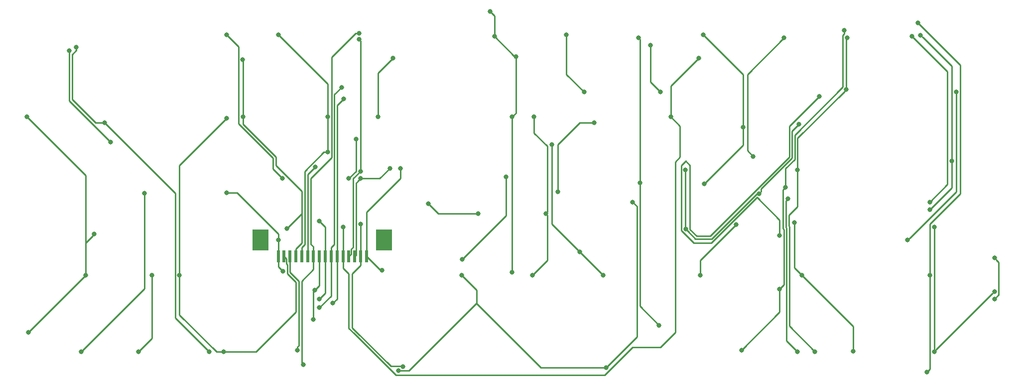
<source format=gbr>
G04 #@! TF.GenerationSoftware,KiCad,Pcbnew,6.0.4-6f826c9f35~116~ubuntu20.04.1*
G04 #@! TF.CreationDate,2022-04-24T22:14:45+02:00*
G04 #@! TF.ProjectId,keyboard,6b657962-6f61-4726-942e-6b696361645f,rev?*
G04 #@! TF.SameCoordinates,Original*
G04 #@! TF.FileFunction,Copper,L2,Bot*
G04 #@! TF.FilePolarity,Positive*
%FSLAX46Y46*%
G04 Gerber Fmt 4.6, Leading zero omitted, Abs format (unit mm)*
G04 Created by KiCad (PCBNEW 6.0.4-6f826c9f35~116~ubuntu20.04.1) date 2022-04-24 22:14:45*
%MOMM*%
%LPD*%
G01*
G04 APERTURE LIST*
G04 #@! TA.AperFunction,SMDPad,CuDef*
%ADD10R,0.610000X2.000000*%
G04 #@! TD*
G04 #@! TA.AperFunction,SMDPad,CuDef*
%ADD11R,2.680000X3.600000*%
G04 #@! TD*
G04 #@! TA.AperFunction,ViaPad*
%ADD12C,0.800000*%
G04 #@! TD*
G04 #@! TA.AperFunction,Conductor*
%ADD13C,0.250000*%
G04 #@! TD*
G04 APERTURE END LIST*
D10*
X64250000Y-62050000D03*
X65250000Y-62050000D03*
X66250000Y-62050000D03*
X67250000Y-62050000D03*
X68250000Y-62050000D03*
X69250000Y-62050000D03*
X70250000Y-62050000D03*
X71250000Y-62050000D03*
X72250000Y-62050000D03*
X73250000Y-62050000D03*
X74250000Y-62050000D03*
X75250000Y-62050000D03*
X76250000Y-62050000D03*
X77250000Y-62050000D03*
X78250000Y-62050000D03*
X79250000Y-62050000D03*
D11*
X82240000Y-59250000D03*
X61260000Y-59250000D03*
D12*
X175024990Y-65250000D03*
X31500000Y-65250006D03*
X21750000Y-75000000D03*
X21500000Y-38250000D03*
X55446000Y-51214600D03*
X32987338Y-58237342D03*
X173000000Y-22249998D03*
X65074979Y-64585907D03*
X64249992Y-59250000D03*
X174499999Y-81750000D03*
X111750000Y-51000000D03*
X47475010Y-65214600D03*
X55500000Y-38500000D03*
X55000000Y-78250000D03*
X95512660Y-62512660D03*
X103000000Y-48500000D03*
X118000000Y-39250000D03*
X29939027Y-26343879D03*
X119987340Y-80987340D03*
X34750000Y-39250000D03*
X150250000Y-24750000D03*
X84664496Y-81475001D03*
X95445992Y-65214608D03*
X52500002Y-78250000D03*
X145000000Y-45000000D03*
X67524990Y-78000000D03*
X124500000Y-52750000D03*
X58250000Y-38250000D03*
X150925021Y-52183290D03*
X89750000Y-53000000D03*
X107446000Y-65214600D03*
X109750000Y-54750000D03*
X98250000Y-54750000D03*
X107750000Y-38250000D03*
X58224500Y-28500000D03*
X152500000Y-78250000D03*
X65750000Y-57250000D03*
X186012660Y-69262660D03*
X186000000Y-62250000D03*
X64250000Y-24250000D03*
X149500000Y-58425021D03*
X119446000Y-65214600D03*
X72624968Y-44221934D03*
X156250004Y-34750000D03*
X72624968Y-38221934D03*
X110750000Y-43000000D03*
X115500010Y-61250000D03*
X77500000Y-42000000D03*
X161992600Y-78214600D03*
X175000000Y-52750000D03*
X172000000Y-24500000D03*
X153262660Y-65237340D03*
X83750000Y-28250004D03*
X152000006Y-56250000D03*
X70512660Y-46762660D03*
X81250000Y-38250000D03*
X76250000Y-48750002D03*
X68500000Y-80500000D03*
X135992600Y-65214600D03*
X142080504Y-56580504D03*
X78000000Y-23999992D03*
X173417940Y-24304707D03*
X175012663Y-54012657D03*
X30750000Y-78250000D03*
X41500000Y-51250000D03*
X178725010Y-45750000D03*
X70250000Y-72750000D03*
X143262660Y-40012660D03*
X101000000Y-24500000D03*
X104000000Y-64749990D03*
X136675020Y-49613870D03*
X100250000Y-20250000D03*
X104656162Y-27957840D03*
X136499998Y-24249998D03*
X104000000Y-38250000D03*
X70500000Y-67750000D03*
X55446000Y-24214600D03*
X71250000Y-56000000D03*
X71250000Y-69250000D03*
X65000000Y-48750000D03*
X127538775Y-26050639D03*
X179475010Y-34000000D03*
X171250000Y-59250008D03*
X116250000Y-34000000D03*
X75000000Y-33250000D03*
X113250000Y-24250000D03*
X129231400Y-34000000D03*
X71250000Y-70750000D03*
X75349862Y-35175457D03*
X73500000Y-70000000D03*
X135750000Y-28249986D03*
X155500000Y-78250000D03*
X160823664Y-33556929D03*
X75250000Y-57000000D03*
X131000000Y-38250000D03*
X160975010Y-24750000D03*
X152500000Y-47250000D03*
X152750002Y-39500000D03*
X133524990Y-57370369D03*
X186000000Y-68000002D03*
X133475001Y-47250321D03*
X145960670Y-51314635D03*
X175750000Y-57000000D03*
X77974832Y-24999695D03*
X175762660Y-78237340D03*
X78250000Y-47502016D03*
X83250000Y-47000000D03*
X125500000Y-24750000D03*
X129000000Y-73750000D03*
X78250000Y-48750006D03*
X125750000Y-49500000D03*
X143000000Y-78000000D03*
X160500471Y-23489590D03*
X149500000Y-67582400D03*
X42750000Y-65250000D03*
X78250000Y-56499994D03*
X85466470Y-80775500D03*
X40500000Y-78250000D03*
X150475010Y-50250000D03*
X28749994Y-27000000D03*
X85000000Y-47000000D03*
X81900000Y-64400000D03*
X35750000Y-42500000D03*
D13*
X175024990Y-56475010D02*
X180200012Y-51299988D01*
X55446000Y-51214600D02*
X57280284Y-51214600D01*
X175024990Y-65250000D02*
X175024990Y-56475010D01*
X175024990Y-65250000D02*
X175024990Y-81225009D01*
X21500000Y-38250000D02*
X31500000Y-48250000D01*
X175024990Y-81225009D02*
X174499999Y-81750000D01*
X173399999Y-22649997D02*
X173000000Y-22249998D01*
X32587339Y-58637341D02*
X32987338Y-58237342D01*
X21750000Y-75000000D02*
X31499994Y-65250006D01*
X31500000Y-65250006D02*
X31500000Y-59724680D01*
X31500000Y-59724680D02*
X32587339Y-58637341D01*
X64674980Y-64185908D02*
X65074979Y-64585907D01*
X180200012Y-29450010D02*
X173399999Y-22649997D01*
X64250000Y-62050000D02*
X64250000Y-63760928D01*
X180200012Y-51299988D02*
X180200012Y-29450010D01*
X31499994Y-65250006D02*
X31500000Y-65250006D01*
X64249992Y-58184308D02*
X64249992Y-58684315D01*
X64250000Y-62050000D02*
X64250000Y-59250008D01*
X64249992Y-58684315D02*
X64249992Y-59250000D01*
X64250000Y-59250008D02*
X64249992Y-59250000D01*
X64250000Y-63760928D02*
X64674980Y-64185908D01*
X31500000Y-48250000D02*
X31500000Y-65250006D01*
X57280284Y-51214600D02*
X64249992Y-58184308D01*
X103000000Y-55025320D02*
X95512660Y-62512660D01*
X103000000Y-48500000D02*
X103000000Y-55025320D01*
X65799980Y-64933908D02*
X65799980Y-63489982D01*
X60500000Y-78250000D02*
X67250000Y-71500000D01*
X65619999Y-63310001D02*
X65619999Y-62419999D01*
X55000000Y-78250000D02*
X53750000Y-78250000D01*
X47475010Y-46524990D02*
X47475010Y-64648915D01*
X47475010Y-71975010D02*
X47475010Y-65214600D01*
X55000000Y-78250000D02*
X60500000Y-78250000D01*
X111750000Y-43000000D02*
X115500000Y-39250000D01*
X65619999Y-62419999D02*
X65250000Y-62050000D01*
X65799980Y-63489982D02*
X65619999Y-63310001D01*
X115500000Y-39250000D02*
X118000000Y-39250000D01*
X53750000Y-78250000D02*
X47475010Y-71975010D01*
X67250000Y-71500000D02*
X67250000Y-66383928D01*
X111750000Y-51000000D02*
X111750000Y-43000000D01*
X47475010Y-64648915D02*
X47475010Y-65214600D01*
X67250000Y-66383928D02*
X65799980Y-64933908D01*
X55500000Y-38500000D02*
X47475010Y-46524990D01*
X95845991Y-65614607D02*
X95445992Y-65214608D01*
X125250000Y-75724680D02*
X125250000Y-53500000D01*
X29939027Y-26909564D02*
X29939027Y-26343879D01*
X144000000Y-44000000D02*
X145000000Y-45000000D01*
X84664496Y-81475001D02*
X84689495Y-81500000D01*
X34750000Y-39250000D02*
X33250000Y-39250000D01*
X119421655Y-80987340D02*
X119987340Y-80987340D01*
X98000000Y-70065685D02*
X108921655Y-80987340D01*
X125250000Y-53500000D02*
X124500000Y-52750000D01*
X29250000Y-27598591D02*
X29939027Y-26909564D01*
X46750000Y-51250000D02*
X46750000Y-72499998D01*
X84689495Y-81500000D02*
X86500000Y-81500000D01*
X98000000Y-70065685D02*
X98000000Y-67768616D01*
X67750000Y-66247518D02*
X67750000Y-77209305D01*
X66250000Y-64747518D02*
X67750000Y-66247518D01*
X67524990Y-77434315D02*
X67524990Y-78000000D01*
X108921655Y-80987340D02*
X119421655Y-80987340D01*
X150250000Y-24750000D02*
X144000000Y-31000000D01*
X66250000Y-62050000D02*
X66250000Y-64747518D01*
X98000000Y-67768616D02*
X95845991Y-65614607D01*
X67750000Y-77209305D02*
X67524990Y-77434315D01*
X52100003Y-77850001D02*
X52500002Y-78250000D01*
X97934315Y-70065685D02*
X98000000Y-70065685D01*
X29250000Y-35250000D02*
X29250000Y-27598591D01*
X46750000Y-72499998D02*
X52100003Y-77850001D01*
X119987340Y-80987340D02*
X125250000Y-75724680D01*
X144000000Y-31000000D02*
X144000000Y-44000000D01*
X86500000Y-81500000D02*
X97934315Y-70065685D01*
X34750000Y-39250000D02*
X46750000Y-51250000D01*
X33250000Y-39250000D02*
X29250000Y-35250000D01*
X109750000Y-54750000D02*
X109999996Y-54999996D01*
X68250000Y-54750000D02*
X65750000Y-57250000D01*
X152500000Y-78250000D02*
X150675013Y-76425013D01*
X58250000Y-38250000D02*
X58250000Y-28525500D01*
X109999996Y-54999996D02*
X109999996Y-62660604D01*
X58250000Y-39500000D02*
X58250000Y-38250000D01*
X150525022Y-57065607D02*
X150525022Y-52583289D01*
X107750000Y-41000000D02*
X107750000Y-38250000D01*
X109999996Y-62660604D02*
X107446000Y-65214600D01*
X68250000Y-50926996D02*
X63824987Y-46501983D01*
X109999996Y-54500004D02*
X109999996Y-43249996D01*
X58250000Y-28525500D02*
X58224500Y-28500000D01*
X67250000Y-60750000D02*
X68250000Y-59750000D01*
X109750000Y-54750000D02*
X109999996Y-54500004D01*
X150675013Y-76425013D02*
X150675013Y-57215598D01*
X63824987Y-46501983D02*
X63824987Y-45074987D01*
X109999996Y-43249996D02*
X107750000Y-41000000D01*
X63824987Y-45074987D02*
X58250000Y-39500000D01*
X98250000Y-54750000D02*
X91500000Y-54750000D01*
X91500000Y-54750000D02*
X89750000Y-53000000D01*
X150675013Y-57215598D02*
X150525022Y-57065607D01*
X150525022Y-52583289D02*
X150925021Y-52183290D01*
X67250000Y-62050000D02*
X67250000Y-60750000D01*
X68250000Y-59750000D02*
X68250000Y-50926996D01*
X137888720Y-59747690D02*
X145661409Y-51975001D01*
X133500000Y-45750000D02*
X132750000Y-46500000D01*
X186399999Y-62649999D02*
X186000000Y-62250000D01*
X156250000Y-34750000D02*
X151149967Y-39850033D01*
X64250000Y-24250000D02*
X72624968Y-32624968D01*
X132750000Y-46500000D02*
X132750000Y-57620685D01*
X115500010Y-61268610D02*
X115500010Y-61250000D01*
X134877005Y-59747690D02*
X137888720Y-59747690D01*
X68750000Y-60000000D02*
X68750000Y-47500000D01*
X132750000Y-57620685D02*
X134877005Y-59747690D01*
X186750000Y-68525320D02*
X186750000Y-63000000D01*
X145661409Y-51975001D02*
X149500000Y-55813592D01*
X115100011Y-60850001D02*
X115500010Y-61250000D01*
X72624968Y-37656249D02*
X72624968Y-38221934D01*
X137677321Y-58572679D02*
X135363713Y-58572679D01*
X156250004Y-34750000D02*
X156250000Y-34750000D01*
X149500000Y-55813592D02*
X149500000Y-58425021D01*
X151149967Y-45100033D02*
X137677321Y-58572679D01*
X72624968Y-44221934D02*
X72624968Y-38221934D01*
X151149967Y-39850033D02*
X151149967Y-45100033D01*
X68250000Y-60500000D02*
X68750000Y-60000000D01*
X134250000Y-57458966D02*
X134250000Y-46500000D01*
X135363713Y-58572679D02*
X134250000Y-57458966D01*
X68750000Y-47500000D02*
X72028066Y-44221934D01*
X72059283Y-44221934D02*
X72624968Y-44221934D01*
X134250000Y-46500000D02*
X133500000Y-45750000D01*
X110750000Y-43000000D02*
X110750000Y-56499990D01*
X72028066Y-44221934D02*
X72059283Y-44221934D01*
X186012660Y-69262660D02*
X186750000Y-68525320D01*
X110750000Y-56499990D02*
X115100011Y-60850001D01*
X119446000Y-65214600D02*
X115500010Y-61268610D01*
X68250000Y-62050000D02*
X68250000Y-60500000D01*
X186750000Y-63000000D02*
X186399999Y-62649999D01*
X72624968Y-32624968D02*
X72624968Y-37656249D01*
X152000006Y-63974686D02*
X152000006Y-56815685D01*
X172000000Y-24500000D02*
X178000000Y-30500000D01*
X178000000Y-30500000D02*
X178000000Y-49750000D01*
X83350001Y-28650003D02*
X83750000Y-28250004D01*
X161992600Y-78214600D02*
X161992600Y-73967280D01*
X153262660Y-65237340D02*
X152000006Y-63974686D01*
X81250000Y-30750004D02*
X83350001Y-28650003D01*
X69250000Y-62050000D02*
X69250000Y-48025320D01*
X152000006Y-56815685D02*
X152000006Y-56250000D01*
X77500000Y-47500002D02*
X76250000Y-48750002D01*
X178000000Y-49750000D02*
X175000000Y-52750000D01*
X161992600Y-73967280D02*
X153662659Y-65637339D01*
X69250000Y-48025320D02*
X70112661Y-47162659D01*
X70112661Y-47162659D02*
X70512660Y-46762660D01*
X81250000Y-38250000D02*
X81250000Y-30750004D01*
X153662659Y-65637339D02*
X153262660Y-65237340D01*
X77500000Y-42000000D02*
X77500000Y-47500002D01*
X142080504Y-56580504D02*
X142080504Y-56581228D01*
X178725010Y-50300310D02*
X178725010Y-46315685D01*
X135992600Y-62669132D02*
X135992600Y-65214600D01*
X178725010Y-46315685D02*
X178725010Y-45750000D01*
X69750000Y-59934999D02*
X69750000Y-48750000D01*
X70250000Y-62050000D02*
X70250000Y-64250000D01*
X69750000Y-48750000D02*
X73349978Y-45150022D01*
X70250000Y-62050000D02*
X70250000Y-60434999D01*
X30750000Y-78250000D02*
X41500000Y-67500000D01*
X73349978Y-45150022D02*
X73349978Y-28084329D01*
X178725010Y-45750000D02*
X178725010Y-29611777D01*
X77434315Y-23999992D02*
X78000000Y-23999992D01*
X41500000Y-67500000D02*
X41500000Y-51250000D01*
X142080504Y-56581228D02*
X135992600Y-62669132D01*
X73349978Y-28084329D02*
X77434315Y-23999992D01*
X70250000Y-60434999D02*
X69750000Y-59934999D01*
X175012663Y-54012657D02*
X178725010Y-50300310D01*
X178725010Y-29611777D02*
X173817939Y-24704706D01*
X68250000Y-80250000D02*
X68500000Y-80500000D01*
X173817939Y-24704706D02*
X173417940Y-24304707D01*
X68250000Y-66250000D02*
X68250000Y-80250000D01*
X70250000Y-64250000D02*
X68250000Y-66250000D01*
X143262660Y-31012660D02*
X143262660Y-39446975D01*
X104656162Y-37593838D02*
X104656162Y-28523525D01*
X71250000Y-67000000D02*
X70500000Y-67750000D01*
X100250000Y-20250000D02*
X101000000Y-21000000D01*
X70250000Y-68000000D02*
X70500000Y-67750000D01*
X71250000Y-62050000D02*
X71250000Y-67000000D01*
X143262660Y-40012660D02*
X143262660Y-43026230D01*
X104457840Y-27957840D02*
X104656162Y-27957840D01*
X104656162Y-28523525D02*
X104656162Y-27957840D01*
X101000000Y-21000000D02*
X101000000Y-24500000D01*
X136499998Y-24249998D02*
X143262660Y-31012660D01*
X70250000Y-72750000D02*
X70250000Y-68000000D01*
X104000000Y-38250000D02*
X104000000Y-64749990D01*
X143262660Y-39446975D02*
X143262660Y-40012660D01*
X104000000Y-38250000D02*
X104656162Y-37593838D01*
X143262660Y-43026230D02*
X136675020Y-49613870D01*
X101000000Y-24500000D02*
X104457840Y-27957840D01*
X72250000Y-62050000D02*
X72250000Y-68250000D01*
X72250000Y-57000000D02*
X71250000Y-56000000D01*
X57500000Y-39386410D02*
X63350001Y-45236411D01*
X55446000Y-24214600D02*
X57500000Y-26268600D01*
X72250000Y-62050000D02*
X72250000Y-57000000D01*
X57500000Y-26268600D02*
X57500000Y-39386410D01*
X63350001Y-45236411D02*
X63350001Y-47100001D01*
X72250000Y-68250000D02*
X71250000Y-69250000D01*
X63350001Y-47100001D02*
X65000000Y-48750000D01*
X73250000Y-60500000D02*
X73250000Y-62050000D01*
X73250000Y-62050000D02*
X73250000Y-68750000D01*
X179475010Y-34000000D02*
X179475010Y-51024998D01*
X73250000Y-68750000D02*
X71250000Y-70750000D01*
X73799989Y-59950011D02*
X73250000Y-60500000D01*
X179475010Y-51024998D02*
X171649999Y-58850009D01*
X73799989Y-34450011D02*
X73799989Y-59950011D01*
X116250000Y-34000000D02*
X113250000Y-31000000D01*
X127538775Y-26616324D02*
X127538775Y-26050639D01*
X113250000Y-31000000D02*
X113250000Y-24250000D01*
X127538775Y-32307375D02*
X127538775Y-26616324D01*
X129231400Y-34000000D02*
X127538775Y-32307375D01*
X171649999Y-58850009D02*
X171250000Y-59250008D01*
X75000000Y-33250000D02*
X73799989Y-34450011D01*
X74250000Y-36275319D02*
X75349862Y-35175457D01*
X74250000Y-69250000D02*
X73500000Y-70000000D01*
X74250000Y-62050000D02*
X74250000Y-36275319D01*
X74250000Y-62050000D02*
X74250000Y-69250000D01*
X131000000Y-32999986D02*
X135350001Y-28649985D01*
X152500000Y-41880593D02*
X160423665Y-33956928D01*
X76250000Y-65000000D02*
X76250000Y-74285718D01*
X131750000Y-45903002D02*
X132557001Y-45096001D01*
X119750000Y-82250000D02*
X124500000Y-77500000D01*
X151024998Y-56848002D02*
X151024998Y-54997824D01*
X75250000Y-57000000D02*
X75250000Y-62050000D01*
X131000000Y-38250000D02*
X131000000Y-32999986D01*
X151125024Y-73875024D02*
X151125024Y-56948028D01*
X132557001Y-45096001D02*
X132557001Y-39807001D01*
X155500000Y-78250000D02*
X151125024Y-73875024D01*
X75250000Y-62050000D02*
X75250000Y-64000000D01*
X75250000Y-64000000D02*
X76250000Y-65000000D01*
X160423665Y-33956928D02*
X160823664Y-33556929D01*
X129250000Y-77500000D02*
X131750000Y-75000000D01*
X77149520Y-75149520D02*
X84250000Y-82250000D01*
X131750000Y-75000000D02*
X131750000Y-45903002D01*
X124500000Y-77500000D02*
X129250000Y-77500000D01*
X160823664Y-33556929D02*
X160823664Y-24901346D01*
X160823664Y-24901346D02*
X160975010Y-24750000D01*
X84250000Y-82250000D02*
X119750000Y-82250000D01*
X152500000Y-53522822D02*
X152500000Y-47815685D01*
X77113802Y-75149520D02*
X77149520Y-75149520D01*
X152500000Y-47815685D02*
X152500000Y-47250000D01*
X76250000Y-74285718D02*
X77113802Y-75149520D01*
X132557001Y-39807001D02*
X131000000Y-38250000D01*
X151024998Y-54997824D02*
X152500000Y-53522822D01*
X151125024Y-56948028D02*
X151024998Y-56848002D01*
X135350001Y-28649985D02*
X135750000Y-28249986D01*
X152500000Y-47250000D02*
X152500000Y-41880593D01*
X133475001Y-47250321D02*
X133475001Y-57320380D01*
X185600001Y-68400001D02*
X186000000Y-68000002D01*
X137977316Y-59022684D02*
X135177305Y-59022684D01*
X133475001Y-57320380D02*
X133524990Y-57370369D01*
X78250000Y-25274863D02*
X77974832Y-24999695D01*
X76250000Y-62050000D02*
X76619999Y-61680001D01*
X76619999Y-61680001D02*
X76619999Y-60789999D01*
X146360669Y-50525742D02*
X146360669Y-50914636D01*
X151599978Y-40650024D02*
X151599978Y-45286433D01*
X175762660Y-78237340D02*
X176162661Y-77837341D01*
X77000000Y-60409998D02*
X77000000Y-48752016D01*
X135177305Y-59022684D02*
X133924989Y-57770368D01*
X76619999Y-60789999D02*
X77000000Y-60409998D01*
X145960670Y-51314635D02*
X145685365Y-51314635D01*
X78250000Y-47502016D02*
X78250000Y-25274863D01*
X176162661Y-77837341D02*
X185600001Y-68400001D01*
X145685365Y-51314635D02*
X137977316Y-59022684D01*
X133924989Y-57770368D02*
X133524990Y-57370369D01*
X151599978Y-45286433D02*
X146360669Y-50525742D01*
X146360669Y-50914636D02*
X145960670Y-51314635D01*
X152750002Y-39500000D02*
X151599978Y-40650024D01*
X77000000Y-48752016D02*
X78250000Y-47502016D01*
X175750000Y-57000000D02*
X175750000Y-78224680D01*
X175750000Y-78224680D02*
X175762660Y-78237340D01*
X78815685Y-48750006D02*
X78250000Y-48750006D01*
X77250000Y-62050000D02*
X77450011Y-61849989D01*
X125750000Y-70500000D02*
X125750000Y-49500000D01*
X81499994Y-48750006D02*
X78815685Y-48750006D01*
X129000000Y-73750000D02*
X125750000Y-70500000D01*
X77450011Y-49549995D02*
X77850001Y-49150005D01*
X77850001Y-49150005D02*
X78250000Y-48750006D01*
X83250000Y-47000000D02*
X81499994Y-48750006D01*
X77450011Y-61849989D02*
X77450011Y-49549995D01*
X125750000Y-49500000D02*
X125750000Y-25000000D01*
X125750000Y-25000000D02*
X125500000Y-24750000D01*
X85441460Y-80750490D02*
X85466470Y-80775500D01*
X78250000Y-62050000D02*
X78250000Y-63500000D01*
X150075011Y-57252007D02*
X150075011Y-50649999D01*
X149500000Y-71500000D02*
X149500000Y-67582400D01*
X150475010Y-50250000D02*
X150475010Y-47047810D01*
X78250000Y-59000000D02*
X78250000Y-56499994D01*
X40500000Y-78250000D02*
X42750000Y-76000000D01*
X78250000Y-63500000D02*
X76782479Y-64967521D01*
X77300000Y-74700000D02*
X77335718Y-74700000D01*
X149500000Y-67582400D02*
X150225002Y-66857398D01*
X77335718Y-74700000D02*
X83386208Y-80750490D01*
X150225002Y-57401998D02*
X150075011Y-57252007D01*
X76782479Y-64967521D02*
X76782479Y-74182479D01*
X150075011Y-50649999D02*
X150475010Y-50250000D01*
X160250000Y-24305746D02*
X160500471Y-24055275D01*
X42750000Y-76000000D02*
X42750000Y-65250000D01*
X83386208Y-80750490D02*
X85441460Y-80750490D01*
X150225002Y-66857398D02*
X150225002Y-57401998D01*
X152049989Y-45472833D02*
X152049989Y-41313600D01*
X78250000Y-62050000D02*
X78250000Y-59000000D01*
X143000000Y-78000000D02*
X149500000Y-71500000D01*
X152049989Y-41313600D02*
X160250000Y-33113589D01*
X76782479Y-74182479D02*
X77300000Y-74700000D01*
X150475010Y-47047810D02*
X152049989Y-45472833D01*
X160500471Y-24055275D02*
X160500471Y-23489590D01*
X160250000Y-33113589D02*
X160250000Y-24305746D01*
X79250000Y-54500000D02*
X79250000Y-61750000D01*
X28749994Y-35499994D02*
X28749994Y-27000000D01*
X81600000Y-64400000D02*
X81900000Y-64400000D01*
X35750000Y-42500000D02*
X28749994Y-35499994D01*
X85000000Y-48750000D02*
X79250000Y-54500000D01*
X79250000Y-62050000D02*
X81600000Y-64400000D01*
X85000000Y-47000000D02*
X85000000Y-48750000D01*
M02*

</source>
